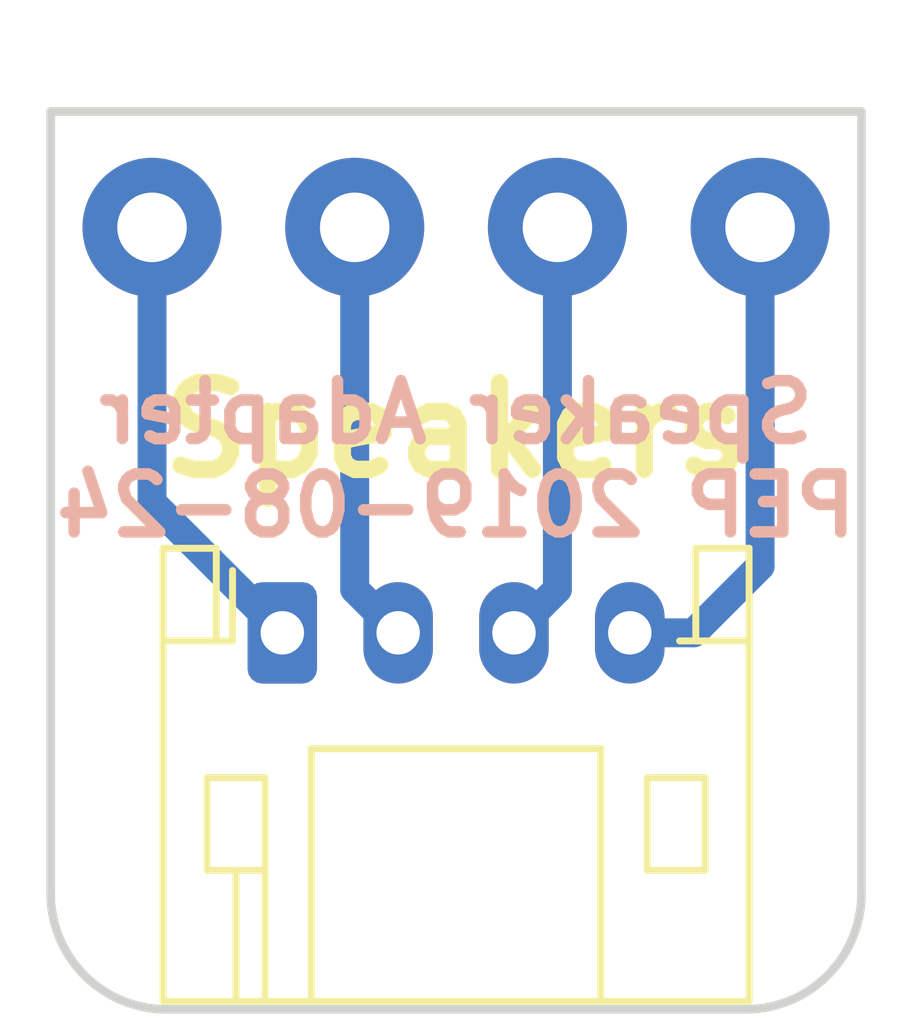
<source format=kicad_pcb>
(kicad_pcb (version 20171130) (host pcbnew 5.0.2-bee76a0~70~ubuntu16.04.1)

  (general
    (thickness 1.6)
    (drawings 8)
    (tracks 9)
    (zones 0)
    (modules 2)
    (nets 5)
  )

  (page USLetter)
  (title_block
    (title "Speaker Adapter")
    (date 2019-08-24)
    (rev 1.0)
    (company "Patrick Pelletier")
  )

  (layers
    (0 F.Cu signal)
    (31 B.Cu signal)
    (32 B.Adhes user)
    (33 F.Adhes user)
    (34 B.Paste user)
    (35 F.Paste user)
    (36 B.SilkS user)
    (37 F.SilkS user)
    (38 B.Mask user)
    (39 F.Mask user)
    (40 Dwgs.User user)
    (41 Cmts.User user)
    (42 Eco1.User user)
    (43 Eco2.User user)
    (44 Edge.Cuts user)
    (45 Margin user)
    (46 B.CrtYd user)
    (47 F.CrtYd user)
    (48 B.Fab user)
    (49 F.Fab user hide)
  )

  (setup
    (last_trace_width 0.25)
    (user_trace_width 0.5)
    (trace_clearance 0.2)
    (zone_clearance 0.508)
    (zone_45_only no)
    (trace_min 0.2)
    (segment_width 0.2)
    (edge_width 0.15)
    (via_size 0.8)
    (via_drill 0.4)
    (via_min_size 0.4)
    (via_min_drill 0.3)
    (uvia_size 0.3)
    (uvia_drill 0.1)
    (uvias_allowed no)
    (uvia_min_size 0.2)
    (uvia_min_drill 0.1)
    (pcb_text_width 0.3)
    (pcb_text_size 1.5 1.5)
    (mod_edge_width 0.15)
    (mod_text_size 1 1)
    (mod_text_width 0.15)
    (pad_size 1.524 1.524)
    (pad_drill 0.762)
    (pad_to_mask_clearance 0.051)
    (solder_mask_min_width 0.25)
    (aux_axis_origin 0 0)
    (visible_elements FFFFFF7F)
    (pcbplotparams
      (layerselection 0x010fc_ffffffff)
      (usegerberextensions false)
      (usegerberattributes false)
      (usegerberadvancedattributes false)
      (creategerberjobfile false)
      (excludeedgelayer true)
      (linewidth 0.100000)
      (plotframeref false)
      (viasonmask false)
      (mode 1)
      (useauxorigin false)
      (hpglpennumber 1)
      (hpglpenspeed 20)
      (hpglpendiameter 15.000000)
      (psnegative false)
      (psa4output false)
      (plotreference true)
      (plotvalue true)
      (plotinvisibletext false)
      (padsonsilk false)
      (subtractmaskfromsilk false)
      (outputformat 1)
      (mirror false)
      (drillshape 1)
      (scaleselection 1)
      (outputdirectory ""))
  )

  (net 0 "")
  (net 1 "Net-(J1-Pad1)")
  (net 2 "Net-(J1-Pad2)")
  (net 3 "Net-(J1-Pad3)")
  (net 4 "Net-(J1-Pad4)")

  (net_class Default "This is the default net class."
    (clearance 0.2)
    (trace_width 0.25)
    (via_dia 0.8)
    (via_drill 0.4)
    (uvia_dia 0.3)
    (uvia_drill 0.1)
    (add_net "Net-(J1-Pad1)")
    (add_net "Net-(J1-Pad2)")
    (add_net "Net-(J1-Pad3)")
    (add_net "Net-(J1-Pad4)")
  )

  (module Connector_JST:JST_PH_S4B-PH-K_1x04_P2.00mm_Horizontal (layer F.Cu) (tedit 5D619F62) (tstamp 5D61F986)
    (at 157 67)
    (descr "JST PH series connector, S4B-PH-K (http://www.jst-mfg.com/product/pdf/eng/ePH.pdf), generated with kicad-footprint-generator")
    (tags "connector JST PH top entry")
    (path /5D619CD2)
    (fp_text reference J2 (at 3 -2.55) (layer F.SilkS) hide
      (effects (font (size 1 1) (thickness 0.15)))
    )
    (fp_text value JST-PH (at 3 7.45) (layer F.Fab)
      (effects (font (size 1 1) (thickness 0.15)))
    )
    (fp_line (start -0.86 0.14) (end -1.14 0.14) (layer F.SilkS) (width 0.12))
    (fp_line (start -1.14 0.14) (end -1.14 -1.46) (layer F.SilkS) (width 0.12))
    (fp_line (start -1.14 -1.46) (end -2.06 -1.46) (layer F.SilkS) (width 0.12))
    (fp_line (start -2.06 -1.46) (end -2.06 6.36) (layer F.SilkS) (width 0.12))
    (fp_line (start -2.06 6.36) (end 8.06 6.36) (layer F.SilkS) (width 0.12))
    (fp_line (start 8.06 6.36) (end 8.06 -1.46) (layer F.SilkS) (width 0.12))
    (fp_line (start 8.06 -1.46) (end 7.14 -1.46) (layer F.SilkS) (width 0.12))
    (fp_line (start 7.14 -1.46) (end 7.14 0.14) (layer F.SilkS) (width 0.12))
    (fp_line (start 7.14 0.14) (end 6.86 0.14) (layer F.SilkS) (width 0.12))
    (fp_line (start 0.5 6.36) (end 0.5 2) (layer F.SilkS) (width 0.12))
    (fp_line (start 0.5 2) (end 5.5 2) (layer F.SilkS) (width 0.12))
    (fp_line (start 5.5 2) (end 5.5 6.36) (layer F.SilkS) (width 0.12))
    (fp_line (start -2.06 0.14) (end -1.14 0.14) (layer F.SilkS) (width 0.12))
    (fp_line (start 8.06 0.14) (end 7.14 0.14) (layer F.SilkS) (width 0.12))
    (fp_line (start -1.3 2.5) (end -1.3 4.1) (layer F.SilkS) (width 0.12))
    (fp_line (start -1.3 4.1) (end -0.3 4.1) (layer F.SilkS) (width 0.12))
    (fp_line (start -0.3 4.1) (end -0.3 2.5) (layer F.SilkS) (width 0.12))
    (fp_line (start -0.3 2.5) (end -1.3 2.5) (layer F.SilkS) (width 0.12))
    (fp_line (start 7.3 2.5) (end 7.3 4.1) (layer F.SilkS) (width 0.12))
    (fp_line (start 7.3 4.1) (end 6.3 4.1) (layer F.SilkS) (width 0.12))
    (fp_line (start 6.3 4.1) (end 6.3 2.5) (layer F.SilkS) (width 0.12))
    (fp_line (start 6.3 2.5) (end 7.3 2.5) (layer F.SilkS) (width 0.12))
    (fp_line (start -0.3 4.1) (end -0.3 6.36) (layer F.SilkS) (width 0.12))
    (fp_line (start -0.8 4.1) (end -0.8 6.36) (layer F.SilkS) (width 0.12))
    (fp_line (start -2.45 -1.85) (end -2.45 6.75) (layer F.CrtYd) (width 0.05))
    (fp_line (start -2.45 6.75) (end 8.45 6.75) (layer F.CrtYd) (width 0.05))
    (fp_line (start 8.45 6.75) (end 8.45 -1.85) (layer F.CrtYd) (width 0.05))
    (fp_line (start 8.45 -1.85) (end -2.45 -1.85) (layer F.CrtYd) (width 0.05))
    (fp_line (start -1.25 0.25) (end -1.25 -1.35) (layer F.Fab) (width 0.1))
    (fp_line (start -1.25 -1.35) (end -1.95 -1.35) (layer F.Fab) (width 0.1))
    (fp_line (start -1.95 -1.35) (end -1.95 6.25) (layer F.Fab) (width 0.1))
    (fp_line (start -1.95 6.25) (end 7.95 6.25) (layer F.Fab) (width 0.1))
    (fp_line (start 7.95 6.25) (end 7.95 -1.35) (layer F.Fab) (width 0.1))
    (fp_line (start 7.95 -1.35) (end 7.25 -1.35) (layer F.Fab) (width 0.1))
    (fp_line (start 7.25 -1.35) (end 7.25 0.25) (layer F.Fab) (width 0.1))
    (fp_line (start 7.25 0.25) (end -1.25 0.25) (layer F.Fab) (width 0.1))
    (fp_line (start -0.86 0.14) (end -0.86 -1.075) (layer F.SilkS) (width 0.12))
    (fp_line (start 0 0.875) (end -0.5 1.375) (layer F.Fab) (width 0.1))
    (fp_line (start -0.5 1.375) (end 0.5 1.375) (layer F.Fab) (width 0.1))
    (fp_line (start 0.5 1.375) (end 0 0.875) (layer F.Fab) (width 0.1))
    (fp_text user %R (at 3 2.5) (layer F.Fab)
      (effects (font (size 1 1) (thickness 0.15)))
    )
    (pad 1 thru_hole roundrect (at 0 0) (size 1.2 1.75) (drill 0.75) (layers *.Cu *.Mask) (roundrect_rratio 0.208333)
      (net 1 "Net-(J1-Pad1)"))
    (pad 2 thru_hole oval (at 2 0) (size 1.2 1.75) (drill 0.75) (layers *.Cu *.Mask)
      (net 2 "Net-(J1-Pad2)"))
    (pad 3 thru_hole oval (at 4 0) (size 1.2 1.75) (drill 0.75) (layers *.Cu *.Mask)
      (net 3 "Net-(J1-Pad3)"))
    (pad 4 thru_hole oval (at 6 0) (size 1.2 1.75) (drill 0.75) (layers *.Cu *.Mask)
      (net 4 "Net-(J1-Pad4)"))
    (model ${KISYS3DMOD}/Connector_JST.3dshapes/JST_PH_S4B-PH-K_1x04_P2.00mm_Horizontal.wrl
      (at (xyz 0 0 0))
      (scale (xyz 1 1 1))
      (rotate (xyz 0 0 0))
    )
  )

  (module local:TerminalBlock_4Ucon_1x04_P3.50mm_Horizontal (layer F.Cu) (tedit 5D61CD91) (tstamp 5D61CEFB)
    (at 154.75 60)
    (descr "Terminal Block 4Ucon ItemNo. 20001, 4 pins, pitch 3.5mm, size 14.7x7mm^2, drill diamater 1.2mm, pad diameter 2.4mm, see http://www.4uconnector.com/online/object/4udrawing/20001.pdf, script-generated using https://github.com/pointhi/kicad-footprint-generator/scripts/TerminalBlock_4Ucon")
    (tags "THT Terminal Block 4Ucon ItemNo. 20001 pitch 3.5mm size 14.7x7mm^2 drill 1.2mm pad 2.4mm")
    (path /5D7189D5)
    (fp_text reference J1 (at 5.25 -4.46) (layer F.SilkS) hide
      (effects (font (size 1 1) (thickness 0.15)))
    )
    (fp_text value "Terminal Block" (at 5.25 4.66) (layer F.Fab)
      (effects (font (size 1 1) (thickness 0.15)))
    )
    (fp_text user %R (at 5.25 2.9) (layer F.Fab)
      (effects (font (size 1 1) (thickness 0.15)))
    )
    (fp_line (start 13.1 -3.9) (end -2.6 -3.9) (layer F.CrtYd) (width 0.05))
    (fp_line (start 13.1 4.1) (end 13.1 -3.9) (layer F.CrtYd) (width 0.05))
    (fp_line (start -2.6 4.1) (end 13.1 4.1) (layer F.CrtYd) (width 0.05))
    (fp_line (start -2.6 -3.9) (end -2.6 4.1) (layer F.CrtYd) (width 0.05))
    (fp_line (start 9.4 0.069) (end 9.4 -0.069) (layer F.Fab) (width 0.1))
    (fp_line (start 10.431 0.069) (end 9.4 0.069) (layer F.Fab) (width 0.1))
    (fp_line (start 10.431 1.1) (end 10.431 0.069) (layer F.Fab) (width 0.1))
    (fp_line (start 10.569 1.1) (end 10.431 1.1) (layer F.Fab) (width 0.1))
    (fp_line (start 10.569 0.069) (end 10.569 1.1) (layer F.Fab) (width 0.1))
    (fp_line (start 11.6 0.069) (end 10.569 0.069) (layer F.Fab) (width 0.1))
    (fp_line (start 11.6 -0.069) (end 11.6 0.069) (layer F.Fab) (width 0.1))
    (fp_line (start 10.569 -0.069) (end 11.6 -0.069) (layer F.Fab) (width 0.1))
    (fp_line (start 10.569 -1.1) (end 10.569 -0.069) (layer F.Fab) (width 0.1))
    (fp_line (start 10.431 -1.1) (end 10.569 -1.1) (layer F.Fab) (width 0.1))
    (fp_line (start 10.431 -0.069) (end 10.431 -1.1) (layer F.Fab) (width 0.1))
    (fp_line (start 9.4 -0.069) (end 10.431 -0.069) (layer F.Fab) (width 0.1))
    (fp_line (start 5.9 0.069) (end 5.9 -0.069) (layer F.Fab) (width 0.1))
    (fp_line (start 6.931 0.069) (end 5.9 0.069) (layer F.Fab) (width 0.1))
    (fp_line (start 6.931 1.1) (end 6.931 0.069) (layer F.Fab) (width 0.1))
    (fp_line (start 7.069 1.1) (end 6.931 1.1) (layer F.Fab) (width 0.1))
    (fp_line (start 7.069 0.069) (end 7.069 1.1) (layer F.Fab) (width 0.1))
    (fp_line (start 8.1 0.069) (end 7.069 0.069) (layer F.Fab) (width 0.1))
    (fp_line (start 8.1 -0.069) (end 8.1 0.069) (layer F.Fab) (width 0.1))
    (fp_line (start 7.069 -0.069) (end 8.1 -0.069) (layer F.Fab) (width 0.1))
    (fp_line (start 7.069 -1.1) (end 7.069 -0.069) (layer F.Fab) (width 0.1))
    (fp_line (start 6.931 -1.1) (end 7.069 -1.1) (layer F.Fab) (width 0.1))
    (fp_line (start 6.931 -0.069) (end 6.931 -1.1) (layer F.Fab) (width 0.1))
    (fp_line (start 5.9 -0.069) (end 6.931 -0.069) (layer F.Fab) (width 0.1))
    (fp_line (start 2.4 0.069) (end 2.4 -0.069) (layer F.Fab) (width 0.1))
    (fp_line (start 3.431 0.069) (end 2.4 0.069) (layer F.Fab) (width 0.1))
    (fp_line (start 3.431 1.1) (end 3.431 0.069) (layer F.Fab) (width 0.1))
    (fp_line (start 3.569 1.1) (end 3.431 1.1) (layer F.Fab) (width 0.1))
    (fp_line (start 3.569 0.069) (end 3.569 1.1) (layer F.Fab) (width 0.1))
    (fp_line (start 4.6 0.069) (end 3.569 0.069) (layer F.Fab) (width 0.1))
    (fp_line (start 4.6 -0.069) (end 4.6 0.069) (layer F.Fab) (width 0.1))
    (fp_line (start 3.569 -0.069) (end 4.6 -0.069) (layer F.Fab) (width 0.1))
    (fp_line (start 3.569 -1.1) (end 3.569 -0.069) (layer F.Fab) (width 0.1))
    (fp_line (start 3.431 -1.1) (end 3.569 -1.1) (layer F.Fab) (width 0.1))
    (fp_line (start 3.431 -0.069) (end 3.431 -1.1) (layer F.Fab) (width 0.1))
    (fp_line (start 2.4 -0.069) (end 3.431 -0.069) (layer F.Fab) (width 0.1))
    (fp_line (start -1.1 0.069) (end -1.1 -0.069) (layer F.Fab) (width 0.1))
    (fp_line (start -0.069 0.069) (end -1.1 0.069) (layer F.Fab) (width 0.1))
    (fp_line (start -0.069 1.1) (end -0.069 0.069) (layer F.Fab) (width 0.1))
    (fp_line (start 0.069 1.1) (end -0.069 1.1) (layer F.Fab) (width 0.1))
    (fp_line (start 0.069 0.069) (end 0.069 1.1) (layer F.Fab) (width 0.1))
    (fp_line (start 1.1 0.069) (end 0.069 0.069) (layer F.Fab) (width 0.1))
    (fp_line (start 1.1 -0.069) (end 1.1 0.069) (layer F.Fab) (width 0.1))
    (fp_line (start 0.069 -0.069) (end 1.1 -0.069) (layer F.Fab) (width 0.1))
    (fp_line (start 0.069 -1.1) (end 0.069 -0.069) (layer F.Fab) (width 0.1))
    (fp_line (start -0.069 -1.1) (end 0.069 -1.1) (layer F.Fab) (width 0.1))
    (fp_line (start -0.069 -0.069) (end -0.069 -1.1) (layer F.Fab) (width 0.1))
    (fp_line (start -1.1 -0.069) (end -0.069 -0.069) (layer F.Fab) (width 0.1))
    (fp_line (start -2.1 2.1) (end 12.6 2.1) (layer F.Fab) (width 0.1))
    (fp_line (start -2.1 2.1) (end -2.1 -3.4) (layer F.Fab) (width 0.1))
    (fp_line (start -0.6 3.6) (end -2.1 2.1) (layer F.Fab) (width 0.1))
    (fp_line (start 12.6 3.6) (end -0.6 3.6) (layer F.Fab) (width 0.1))
    (fp_line (start 12.6 -3.4) (end 12.6 3.6) (layer F.Fab) (width 0.1))
    (fp_line (start -2.1 -3.4) (end 12.6 -3.4) (layer F.Fab) (width 0.1))
    (fp_circle (center 10.5 0) (end 11.875 0) (layer F.Fab) (width 0.1))
    (fp_circle (center 7 0) (end 8.375 0) (layer F.Fab) (width 0.1))
    (fp_circle (center 3.5 0) (end 4.875 0) (layer F.Fab) (width 0.1))
    (fp_circle (center 0 0) (end 1.375 0) (layer F.Fab) (width 0.1))
    (pad 4 thru_hole circle (at 10.5 0) (size 2.4 2.4) (drill 1.2) (layers *.Cu *.Mask)
      (net 4 "Net-(J1-Pad4)"))
    (pad 3 thru_hole circle (at 7 0) (size 2.4 2.4) (drill 1.2) (layers *.Cu *.Mask)
      (net 3 "Net-(J1-Pad3)"))
    (pad 2 thru_hole circle (at 3.5 0) (size 2.4 2.4) (drill 1.2) (layers *.Cu *.Mask)
      (net 2 "Net-(J1-Pad2)"))
    (pad 1 thru_hole circle (at 0 0) (size 2.4 2.4) (drill 1.2) (layers *.Cu *.Mask)
      (net 1 "Net-(J1-Pad1)"))
    (model ${KISYS3DMOD}/TerminalBlock_4Ucon.3dshapes/TerminalBlock_4Ucon_1x04_P3.50mm_Horizontal.wrl
      (at (xyz 0 0 0))
      (scale (xyz 1 1 1))
      (rotate (xyz 0 0 0))
    )
  )

  (gr_text Speakers (at 160 63.5) (layer F.SilkS)
    (effects (font (size 1.5 1.5) (thickness 0.3)))
  )
  (gr_arc (start 155 71.5) (end 153 71.5) (angle -90) (layer Edge.Cuts) (width 0.15))
  (gr_arc (start 165 71.5) (end 165 73.5) (angle -90) (layer Edge.Cuts) (width 0.15))
  (gr_text "Speaker Adapter\nPEP 2019-08-24" (at 160 64) (layer B.SilkS)
    (effects (font (size 1 1) (thickness 0.2)) (justify mirror))
  )
  (gr_line (start 153 71.5) (end 153 58) (layer Edge.Cuts) (width 0.15))
  (gr_line (start 165 73.5) (end 155 73.5) (layer Edge.Cuts) (width 0.15))
  (gr_line (start 167 58) (end 167 71.5) (layer Edge.Cuts) (width 0.15))
  (gr_line (start 153 58) (end 167 58) (layer Edge.Cuts) (width 0.15))

  (segment (start 154.75 64.75) (end 157 67) (width 0.5) (layer B.Cu) (net 1))
  (segment (start 154.75 60) (end 154.75 64.75) (width 0.5) (layer B.Cu) (net 1))
  (segment (start 158.25 66.25) (end 159 67) (width 0.5) (layer B.Cu) (net 2))
  (segment (start 158.25 60) (end 158.25 66.25) (width 0.5) (layer B.Cu) (net 2))
  (segment (start 161.75 66.25) (end 161 67) (width 0.5) (layer B.Cu) (net 3))
  (segment (start 161.75 60) (end 161.75 66.25) (width 0.5) (layer B.Cu) (net 3))
  (segment (start 164.1 67) (end 163 67) (width 0.5) (layer B.Cu) (net 4))
  (segment (start 165.25 65.85) (end 164.1 67) (width 0.5) (layer B.Cu) (net 4))
  (segment (start 165.25 60) (end 165.25 65.85) (width 0.5) (layer B.Cu) (net 4))

)

</source>
